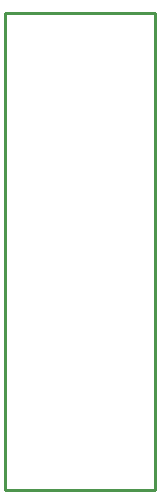
<source format=gbp>
G04*
G04 #@! TF.GenerationSoftware,Altium Limited,Altium Designer,18.0.12 (696)*
G04*
G04 Layer_Color=128*
%FSLAX25Y25*%
%MOIN*%
G70*
G01*
G75*
%ADD10C,0.01000*%
D10*
X212598Y277854D02*
Y437008D01*
Y277854D02*
X262598D01*
Y437008D01*
X212598D02*
X262598D01*
M02*

</source>
